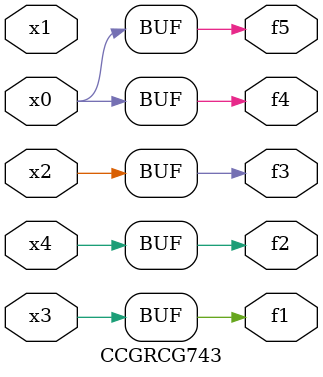
<source format=v>
module CCGRCG743(
	input x0, x1, x2, x3, x4,
	output f1, f2, f3, f4, f5
);
	assign f1 = x3;
	assign f2 = x4;
	assign f3 = x2;
	assign f4 = x0;
	assign f5 = x0;
endmodule

</source>
